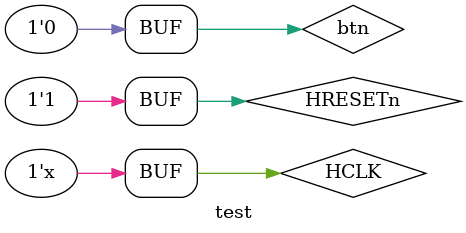
<source format=v>
`timescale 1ns / 1ps


module test;
reg HCLK;
reg HRESETn;
wire [7:0] LED;
reg btn;
AHBLITE_SYS Inst_AHBLITE(
       .HCLK(HCLK),
       .HRESETn(HRESETn), 
       .LED(LED),
       .btn(btn)
    );
initial  
begin
  HCLK=0;
  HRESETn=0;
  btn=0;
  #100;
  HRESETn=1;
end
always 
begin
 HCLK=~HCLK;
 #20;
end 
endmodule

</source>
